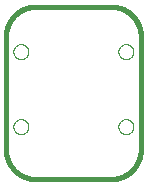
<source format=gko>
G75*
%MOIN*%
%OFA0B0*%
%FSLAX25Y25*%
%IPPOS*%
%LPD*%
%AMOC8*
5,1,8,0,0,1.08239X$1,22.5*
%
%ADD10C,0.01600*%
%ADD11C,0.00000*%
D10*
X0013185Y0003500D02*
X0038185Y0003500D01*
X0038427Y0003503D01*
X0038668Y0003512D01*
X0038909Y0003526D01*
X0039150Y0003547D01*
X0039390Y0003573D01*
X0039630Y0003605D01*
X0039869Y0003643D01*
X0040106Y0003686D01*
X0040343Y0003736D01*
X0040578Y0003791D01*
X0040812Y0003851D01*
X0041044Y0003918D01*
X0041275Y0003989D01*
X0041504Y0004067D01*
X0041731Y0004150D01*
X0041956Y0004238D01*
X0042179Y0004332D01*
X0042399Y0004431D01*
X0042617Y0004536D01*
X0042832Y0004645D01*
X0043045Y0004760D01*
X0043255Y0004880D01*
X0043461Y0005005D01*
X0043665Y0005135D01*
X0043866Y0005270D01*
X0044063Y0005410D01*
X0044257Y0005554D01*
X0044447Y0005703D01*
X0044633Y0005857D01*
X0044816Y0006015D01*
X0044995Y0006177D01*
X0045170Y0006344D01*
X0045341Y0006515D01*
X0045508Y0006690D01*
X0045670Y0006869D01*
X0045828Y0007052D01*
X0045982Y0007238D01*
X0046131Y0007428D01*
X0046275Y0007622D01*
X0046415Y0007819D01*
X0046550Y0008020D01*
X0046680Y0008224D01*
X0046805Y0008430D01*
X0046925Y0008640D01*
X0047040Y0008853D01*
X0047149Y0009068D01*
X0047254Y0009286D01*
X0047353Y0009506D01*
X0047447Y0009729D01*
X0047535Y0009954D01*
X0047618Y0010181D01*
X0047696Y0010410D01*
X0047767Y0010641D01*
X0047834Y0010873D01*
X0047894Y0011107D01*
X0047949Y0011342D01*
X0047999Y0011579D01*
X0048042Y0011816D01*
X0048080Y0012055D01*
X0048112Y0012295D01*
X0048138Y0012535D01*
X0048159Y0012776D01*
X0048173Y0013017D01*
X0048182Y0013258D01*
X0048185Y0013500D01*
X0048185Y0051000D01*
X0048182Y0051242D01*
X0048173Y0051483D01*
X0048159Y0051724D01*
X0048138Y0051965D01*
X0048112Y0052205D01*
X0048080Y0052445D01*
X0048042Y0052684D01*
X0047999Y0052921D01*
X0047949Y0053158D01*
X0047894Y0053393D01*
X0047834Y0053627D01*
X0047767Y0053859D01*
X0047696Y0054090D01*
X0047618Y0054319D01*
X0047535Y0054546D01*
X0047447Y0054771D01*
X0047353Y0054994D01*
X0047254Y0055214D01*
X0047149Y0055432D01*
X0047040Y0055647D01*
X0046925Y0055860D01*
X0046805Y0056070D01*
X0046680Y0056276D01*
X0046550Y0056480D01*
X0046415Y0056681D01*
X0046275Y0056878D01*
X0046131Y0057072D01*
X0045982Y0057262D01*
X0045828Y0057448D01*
X0045670Y0057631D01*
X0045508Y0057810D01*
X0045341Y0057985D01*
X0045170Y0058156D01*
X0044995Y0058323D01*
X0044816Y0058485D01*
X0044633Y0058643D01*
X0044447Y0058797D01*
X0044257Y0058946D01*
X0044063Y0059090D01*
X0043866Y0059230D01*
X0043665Y0059365D01*
X0043461Y0059495D01*
X0043255Y0059620D01*
X0043045Y0059740D01*
X0042832Y0059855D01*
X0042617Y0059964D01*
X0042399Y0060069D01*
X0042179Y0060168D01*
X0041956Y0060262D01*
X0041731Y0060350D01*
X0041504Y0060433D01*
X0041275Y0060511D01*
X0041044Y0060582D01*
X0040812Y0060649D01*
X0040578Y0060709D01*
X0040343Y0060764D01*
X0040106Y0060814D01*
X0039869Y0060857D01*
X0039630Y0060895D01*
X0039390Y0060927D01*
X0039150Y0060953D01*
X0038909Y0060974D01*
X0038668Y0060988D01*
X0038427Y0060997D01*
X0038185Y0061000D01*
X0013185Y0061000D01*
X0012943Y0060997D01*
X0012702Y0060988D01*
X0012461Y0060974D01*
X0012220Y0060953D01*
X0011980Y0060927D01*
X0011740Y0060895D01*
X0011501Y0060857D01*
X0011264Y0060814D01*
X0011027Y0060764D01*
X0010792Y0060709D01*
X0010558Y0060649D01*
X0010326Y0060582D01*
X0010095Y0060511D01*
X0009866Y0060433D01*
X0009639Y0060350D01*
X0009414Y0060262D01*
X0009191Y0060168D01*
X0008971Y0060069D01*
X0008753Y0059964D01*
X0008538Y0059855D01*
X0008325Y0059740D01*
X0008115Y0059620D01*
X0007909Y0059495D01*
X0007705Y0059365D01*
X0007504Y0059230D01*
X0007307Y0059090D01*
X0007113Y0058946D01*
X0006923Y0058797D01*
X0006737Y0058643D01*
X0006554Y0058485D01*
X0006375Y0058323D01*
X0006200Y0058156D01*
X0006029Y0057985D01*
X0005862Y0057810D01*
X0005700Y0057631D01*
X0005542Y0057448D01*
X0005388Y0057262D01*
X0005239Y0057072D01*
X0005095Y0056878D01*
X0004955Y0056681D01*
X0004820Y0056480D01*
X0004690Y0056276D01*
X0004565Y0056070D01*
X0004445Y0055860D01*
X0004330Y0055647D01*
X0004221Y0055432D01*
X0004116Y0055214D01*
X0004017Y0054994D01*
X0003923Y0054771D01*
X0003835Y0054546D01*
X0003752Y0054319D01*
X0003674Y0054090D01*
X0003603Y0053859D01*
X0003536Y0053627D01*
X0003476Y0053393D01*
X0003421Y0053158D01*
X0003371Y0052921D01*
X0003328Y0052684D01*
X0003290Y0052445D01*
X0003258Y0052205D01*
X0003232Y0051965D01*
X0003211Y0051724D01*
X0003197Y0051483D01*
X0003188Y0051242D01*
X0003185Y0051000D01*
X0003185Y0013500D01*
X0003188Y0013258D01*
X0003197Y0013017D01*
X0003211Y0012776D01*
X0003232Y0012535D01*
X0003258Y0012295D01*
X0003290Y0012055D01*
X0003328Y0011816D01*
X0003371Y0011579D01*
X0003421Y0011342D01*
X0003476Y0011107D01*
X0003536Y0010873D01*
X0003603Y0010641D01*
X0003674Y0010410D01*
X0003752Y0010181D01*
X0003835Y0009954D01*
X0003923Y0009729D01*
X0004017Y0009506D01*
X0004116Y0009286D01*
X0004221Y0009068D01*
X0004330Y0008853D01*
X0004445Y0008640D01*
X0004565Y0008430D01*
X0004690Y0008224D01*
X0004820Y0008020D01*
X0004955Y0007819D01*
X0005095Y0007622D01*
X0005239Y0007428D01*
X0005388Y0007238D01*
X0005542Y0007052D01*
X0005700Y0006869D01*
X0005862Y0006690D01*
X0006029Y0006515D01*
X0006200Y0006344D01*
X0006375Y0006177D01*
X0006554Y0006015D01*
X0006737Y0005857D01*
X0006923Y0005703D01*
X0007113Y0005554D01*
X0007307Y0005410D01*
X0007504Y0005270D01*
X0007705Y0005135D01*
X0007909Y0005005D01*
X0008115Y0004880D01*
X0008325Y0004760D01*
X0008538Y0004645D01*
X0008753Y0004536D01*
X0008971Y0004431D01*
X0009191Y0004332D01*
X0009414Y0004238D01*
X0009639Y0004150D01*
X0009866Y0004067D01*
X0010095Y0003989D01*
X0010326Y0003918D01*
X0010558Y0003851D01*
X0010792Y0003791D01*
X0011027Y0003736D01*
X0011264Y0003686D01*
X0011501Y0003643D01*
X0011740Y0003605D01*
X0011980Y0003573D01*
X0012220Y0003547D01*
X0012461Y0003526D01*
X0012702Y0003512D01*
X0012943Y0003503D01*
X0013185Y0003500D01*
D11*
X0005685Y0021000D02*
X0005687Y0021099D01*
X0005693Y0021199D01*
X0005703Y0021298D01*
X0005717Y0021396D01*
X0005734Y0021494D01*
X0005756Y0021591D01*
X0005781Y0021687D01*
X0005810Y0021782D01*
X0005843Y0021876D01*
X0005880Y0021968D01*
X0005920Y0022059D01*
X0005964Y0022148D01*
X0006012Y0022236D01*
X0006063Y0022321D01*
X0006117Y0022404D01*
X0006174Y0022486D01*
X0006235Y0022564D01*
X0006299Y0022641D01*
X0006365Y0022714D01*
X0006435Y0022785D01*
X0006507Y0022853D01*
X0006582Y0022919D01*
X0006660Y0022981D01*
X0006740Y0023040D01*
X0006822Y0023096D01*
X0006906Y0023148D01*
X0006993Y0023197D01*
X0007081Y0023243D01*
X0007171Y0023285D01*
X0007263Y0023324D01*
X0007356Y0023359D01*
X0007450Y0023390D01*
X0007546Y0023417D01*
X0007643Y0023440D01*
X0007740Y0023460D01*
X0007838Y0023476D01*
X0007937Y0023488D01*
X0008036Y0023496D01*
X0008135Y0023500D01*
X0008235Y0023500D01*
X0008334Y0023496D01*
X0008433Y0023488D01*
X0008532Y0023476D01*
X0008630Y0023460D01*
X0008727Y0023440D01*
X0008824Y0023417D01*
X0008920Y0023390D01*
X0009014Y0023359D01*
X0009107Y0023324D01*
X0009199Y0023285D01*
X0009289Y0023243D01*
X0009377Y0023197D01*
X0009464Y0023148D01*
X0009548Y0023096D01*
X0009630Y0023040D01*
X0009710Y0022981D01*
X0009788Y0022919D01*
X0009863Y0022853D01*
X0009935Y0022785D01*
X0010005Y0022714D01*
X0010071Y0022641D01*
X0010135Y0022564D01*
X0010196Y0022486D01*
X0010253Y0022404D01*
X0010307Y0022321D01*
X0010358Y0022236D01*
X0010406Y0022148D01*
X0010450Y0022059D01*
X0010490Y0021968D01*
X0010527Y0021876D01*
X0010560Y0021782D01*
X0010589Y0021687D01*
X0010614Y0021591D01*
X0010636Y0021494D01*
X0010653Y0021396D01*
X0010667Y0021298D01*
X0010677Y0021199D01*
X0010683Y0021099D01*
X0010685Y0021000D01*
X0010683Y0020901D01*
X0010677Y0020801D01*
X0010667Y0020702D01*
X0010653Y0020604D01*
X0010636Y0020506D01*
X0010614Y0020409D01*
X0010589Y0020313D01*
X0010560Y0020218D01*
X0010527Y0020124D01*
X0010490Y0020032D01*
X0010450Y0019941D01*
X0010406Y0019852D01*
X0010358Y0019764D01*
X0010307Y0019679D01*
X0010253Y0019596D01*
X0010196Y0019514D01*
X0010135Y0019436D01*
X0010071Y0019359D01*
X0010005Y0019286D01*
X0009935Y0019215D01*
X0009863Y0019147D01*
X0009788Y0019081D01*
X0009710Y0019019D01*
X0009630Y0018960D01*
X0009548Y0018904D01*
X0009464Y0018852D01*
X0009377Y0018803D01*
X0009289Y0018757D01*
X0009199Y0018715D01*
X0009107Y0018676D01*
X0009014Y0018641D01*
X0008920Y0018610D01*
X0008824Y0018583D01*
X0008727Y0018560D01*
X0008630Y0018540D01*
X0008532Y0018524D01*
X0008433Y0018512D01*
X0008334Y0018504D01*
X0008235Y0018500D01*
X0008135Y0018500D01*
X0008036Y0018504D01*
X0007937Y0018512D01*
X0007838Y0018524D01*
X0007740Y0018540D01*
X0007643Y0018560D01*
X0007546Y0018583D01*
X0007450Y0018610D01*
X0007356Y0018641D01*
X0007263Y0018676D01*
X0007171Y0018715D01*
X0007081Y0018757D01*
X0006993Y0018803D01*
X0006906Y0018852D01*
X0006822Y0018904D01*
X0006740Y0018960D01*
X0006660Y0019019D01*
X0006582Y0019081D01*
X0006507Y0019147D01*
X0006435Y0019215D01*
X0006365Y0019286D01*
X0006299Y0019359D01*
X0006235Y0019436D01*
X0006174Y0019514D01*
X0006117Y0019596D01*
X0006063Y0019679D01*
X0006012Y0019764D01*
X0005964Y0019852D01*
X0005920Y0019941D01*
X0005880Y0020032D01*
X0005843Y0020124D01*
X0005810Y0020218D01*
X0005781Y0020313D01*
X0005756Y0020409D01*
X0005734Y0020506D01*
X0005717Y0020604D01*
X0005703Y0020702D01*
X0005693Y0020801D01*
X0005687Y0020901D01*
X0005685Y0021000D01*
X0005685Y0046000D02*
X0005687Y0046099D01*
X0005693Y0046199D01*
X0005703Y0046298D01*
X0005717Y0046396D01*
X0005734Y0046494D01*
X0005756Y0046591D01*
X0005781Y0046687D01*
X0005810Y0046782D01*
X0005843Y0046876D01*
X0005880Y0046968D01*
X0005920Y0047059D01*
X0005964Y0047148D01*
X0006012Y0047236D01*
X0006063Y0047321D01*
X0006117Y0047404D01*
X0006174Y0047486D01*
X0006235Y0047564D01*
X0006299Y0047641D01*
X0006365Y0047714D01*
X0006435Y0047785D01*
X0006507Y0047853D01*
X0006582Y0047919D01*
X0006660Y0047981D01*
X0006740Y0048040D01*
X0006822Y0048096D01*
X0006906Y0048148D01*
X0006993Y0048197D01*
X0007081Y0048243D01*
X0007171Y0048285D01*
X0007263Y0048324D01*
X0007356Y0048359D01*
X0007450Y0048390D01*
X0007546Y0048417D01*
X0007643Y0048440D01*
X0007740Y0048460D01*
X0007838Y0048476D01*
X0007937Y0048488D01*
X0008036Y0048496D01*
X0008135Y0048500D01*
X0008235Y0048500D01*
X0008334Y0048496D01*
X0008433Y0048488D01*
X0008532Y0048476D01*
X0008630Y0048460D01*
X0008727Y0048440D01*
X0008824Y0048417D01*
X0008920Y0048390D01*
X0009014Y0048359D01*
X0009107Y0048324D01*
X0009199Y0048285D01*
X0009289Y0048243D01*
X0009377Y0048197D01*
X0009464Y0048148D01*
X0009548Y0048096D01*
X0009630Y0048040D01*
X0009710Y0047981D01*
X0009788Y0047919D01*
X0009863Y0047853D01*
X0009935Y0047785D01*
X0010005Y0047714D01*
X0010071Y0047641D01*
X0010135Y0047564D01*
X0010196Y0047486D01*
X0010253Y0047404D01*
X0010307Y0047321D01*
X0010358Y0047236D01*
X0010406Y0047148D01*
X0010450Y0047059D01*
X0010490Y0046968D01*
X0010527Y0046876D01*
X0010560Y0046782D01*
X0010589Y0046687D01*
X0010614Y0046591D01*
X0010636Y0046494D01*
X0010653Y0046396D01*
X0010667Y0046298D01*
X0010677Y0046199D01*
X0010683Y0046099D01*
X0010685Y0046000D01*
X0010683Y0045901D01*
X0010677Y0045801D01*
X0010667Y0045702D01*
X0010653Y0045604D01*
X0010636Y0045506D01*
X0010614Y0045409D01*
X0010589Y0045313D01*
X0010560Y0045218D01*
X0010527Y0045124D01*
X0010490Y0045032D01*
X0010450Y0044941D01*
X0010406Y0044852D01*
X0010358Y0044764D01*
X0010307Y0044679D01*
X0010253Y0044596D01*
X0010196Y0044514D01*
X0010135Y0044436D01*
X0010071Y0044359D01*
X0010005Y0044286D01*
X0009935Y0044215D01*
X0009863Y0044147D01*
X0009788Y0044081D01*
X0009710Y0044019D01*
X0009630Y0043960D01*
X0009548Y0043904D01*
X0009464Y0043852D01*
X0009377Y0043803D01*
X0009289Y0043757D01*
X0009199Y0043715D01*
X0009107Y0043676D01*
X0009014Y0043641D01*
X0008920Y0043610D01*
X0008824Y0043583D01*
X0008727Y0043560D01*
X0008630Y0043540D01*
X0008532Y0043524D01*
X0008433Y0043512D01*
X0008334Y0043504D01*
X0008235Y0043500D01*
X0008135Y0043500D01*
X0008036Y0043504D01*
X0007937Y0043512D01*
X0007838Y0043524D01*
X0007740Y0043540D01*
X0007643Y0043560D01*
X0007546Y0043583D01*
X0007450Y0043610D01*
X0007356Y0043641D01*
X0007263Y0043676D01*
X0007171Y0043715D01*
X0007081Y0043757D01*
X0006993Y0043803D01*
X0006906Y0043852D01*
X0006822Y0043904D01*
X0006740Y0043960D01*
X0006660Y0044019D01*
X0006582Y0044081D01*
X0006507Y0044147D01*
X0006435Y0044215D01*
X0006365Y0044286D01*
X0006299Y0044359D01*
X0006235Y0044436D01*
X0006174Y0044514D01*
X0006117Y0044596D01*
X0006063Y0044679D01*
X0006012Y0044764D01*
X0005964Y0044852D01*
X0005920Y0044941D01*
X0005880Y0045032D01*
X0005843Y0045124D01*
X0005810Y0045218D01*
X0005781Y0045313D01*
X0005756Y0045409D01*
X0005734Y0045506D01*
X0005717Y0045604D01*
X0005703Y0045702D01*
X0005693Y0045801D01*
X0005687Y0045901D01*
X0005685Y0046000D01*
X0040685Y0046000D02*
X0040687Y0046099D01*
X0040693Y0046199D01*
X0040703Y0046298D01*
X0040717Y0046396D01*
X0040734Y0046494D01*
X0040756Y0046591D01*
X0040781Y0046687D01*
X0040810Y0046782D01*
X0040843Y0046876D01*
X0040880Y0046968D01*
X0040920Y0047059D01*
X0040964Y0047148D01*
X0041012Y0047236D01*
X0041063Y0047321D01*
X0041117Y0047404D01*
X0041174Y0047486D01*
X0041235Y0047564D01*
X0041299Y0047641D01*
X0041365Y0047714D01*
X0041435Y0047785D01*
X0041507Y0047853D01*
X0041582Y0047919D01*
X0041660Y0047981D01*
X0041740Y0048040D01*
X0041822Y0048096D01*
X0041906Y0048148D01*
X0041993Y0048197D01*
X0042081Y0048243D01*
X0042171Y0048285D01*
X0042263Y0048324D01*
X0042356Y0048359D01*
X0042450Y0048390D01*
X0042546Y0048417D01*
X0042643Y0048440D01*
X0042740Y0048460D01*
X0042838Y0048476D01*
X0042937Y0048488D01*
X0043036Y0048496D01*
X0043135Y0048500D01*
X0043235Y0048500D01*
X0043334Y0048496D01*
X0043433Y0048488D01*
X0043532Y0048476D01*
X0043630Y0048460D01*
X0043727Y0048440D01*
X0043824Y0048417D01*
X0043920Y0048390D01*
X0044014Y0048359D01*
X0044107Y0048324D01*
X0044199Y0048285D01*
X0044289Y0048243D01*
X0044377Y0048197D01*
X0044464Y0048148D01*
X0044548Y0048096D01*
X0044630Y0048040D01*
X0044710Y0047981D01*
X0044788Y0047919D01*
X0044863Y0047853D01*
X0044935Y0047785D01*
X0045005Y0047714D01*
X0045071Y0047641D01*
X0045135Y0047564D01*
X0045196Y0047486D01*
X0045253Y0047404D01*
X0045307Y0047321D01*
X0045358Y0047236D01*
X0045406Y0047148D01*
X0045450Y0047059D01*
X0045490Y0046968D01*
X0045527Y0046876D01*
X0045560Y0046782D01*
X0045589Y0046687D01*
X0045614Y0046591D01*
X0045636Y0046494D01*
X0045653Y0046396D01*
X0045667Y0046298D01*
X0045677Y0046199D01*
X0045683Y0046099D01*
X0045685Y0046000D01*
X0045683Y0045901D01*
X0045677Y0045801D01*
X0045667Y0045702D01*
X0045653Y0045604D01*
X0045636Y0045506D01*
X0045614Y0045409D01*
X0045589Y0045313D01*
X0045560Y0045218D01*
X0045527Y0045124D01*
X0045490Y0045032D01*
X0045450Y0044941D01*
X0045406Y0044852D01*
X0045358Y0044764D01*
X0045307Y0044679D01*
X0045253Y0044596D01*
X0045196Y0044514D01*
X0045135Y0044436D01*
X0045071Y0044359D01*
X0045005Y0044286D01*
X0044935Y0044215D01*
X0044863Y0044147D01*
X0044788Y0044081D01*
X0044710Y0044019D01*
X0044630Y0043960D01*
X0044548Y0043904D01*
X0044464Y0043852D01*
X0044377Y0043803D01*
X0044289Y0043757D01*
X0044199Y0043715D01*
X0044107Y0043676D01*
X0044014Y0043641D01*
X0043920Y0043610D01*
X0043824Y0043583D01*
X0043727Y0043560D01*
X0043630Y0043540D01*
X0043532Y0043524D01*
X0043433Y0043512D01*
X0043334Y0043504D01*
X0043235Y0043500D01*
X0043135Y0043500D01*
X0043036Y0043504D01*
X0042937Y0043512D01*
X0042838Y0043524D01*
X0042740Y0043540D01*
X0042643Y0043560D01*
X0042546Y0043583D01*
X0042450Y0043610D01*
X0042356Y0043641D01*
X0042263Y0043676D01*
X0042171Y0043715D01*
X0042081Y0043757D01*
X0041993Y0043803D01*
X0041906Y0043852D01*
X0041822Y0043904D01*
X0041740Y0043960D01*
X0041660Y0044019D01*
X0041582Y0044081D01*
X0041507Y0044147D01*
X0041435Y0044215D01*
X0041365Y0044286D01*
X0041299Y0044359D01*
X0041235Y0044436D01*
X0041174Y0044514D01*
X0041117Y0044596D01*
X0041063Y0044679D01*
X0041012Y0044764D01*
X0040964Y0044852D01*
X0040920Y0044941D01*
X0040880Y0045032D01*
X0040843Y0045124D01*
X0040810Y0045218D01*
X0040781Y0045313D01*
X0040756Y0045409D01*
X0040734Y0045506D01*
X0040717Y0045604D01*
X0040703Y0045702D01*
X0040693Y0045801D01*
X0040687Y0045901D01*
X0040685Y0046000D01*
X0040685Y0021000D02*
X0040687Y0021099D01*
X0040693Y0021199D01*
X0040703Y0021298D01*
X0040717Y0021396D01*
X0040734Y0021494D01*
X0040756Y0021591D01*
X0040781Y0021687D01*
X0040810Y0021782D01*
X0040843Y0021876D01*
X0040880Y0021968D01*
X0040920Y0022059D01*
X0040964Y0022148D01*
X0041012Y0022236D01*
X0041063Y0022321D01*
X0041117Y0022404D01*
X0041174Y0022486D01*
X0041235Y0022564D01*
X0041299Y0022641D01*
X0041365Y0022714D01*
X0041435Y0022785D01*
X0041507Y0022853D01*
X0041582Y0022919D01*
X0041660Y0022981D01*
X0041740Y0023040D01*
X0041822Y0023096D01*
X0041906Y0023148D01*
X0041993Y0023197D01*
X0042081Y0023243D01*
X0042171Y0023285D01*
X0042263Y0023324D01*
X0042356Y0023359D01*
X0042450Y0023390D01*
X0042546Y0023417D01*
X0042643Y0023440D01*
X0042740Y0023460D01*
X0042838Y0023476D01*
X0042937Y0023488D01*
X0043036Y0023496D01*
X0043135Y0023500D01*
X0043235Y0023500D01*
X0043334Y0023496D01*
X0043433Y0023488D01*
X0043532Y0023476D01*
X0043630Y0023460D01*
X0043727Y0023440D01*
X0043824Y0023417D01*
X0043920Y0023390D01*
X0044014Y0023359D01*
X0044107Y0023324D01*
X0044199Y0023285D01*
X0044289Y0023243D01*
X0044377Y0023197D01*
X0044464Y0023148D01*
X0044548Y0023096D01*
X0044630Y0023040D01*
X0044710Y0022981D01*
X0044788Y0022919D01*
X0044863Y0022853D01*
X0044935Y0022785D01*
X0045005Y0022714D01*
X0045071Y0022641D01*
X0045135Y0022564D01*
X0045196Y0022486D01*
X0045253Y0022404D01*
X0045307Y0022321D01*
X0045358Y0022236D01*
X0045406Y0022148D01*
X0045450Y0022059D01*
X0045490Y0021968D01*
X0045527Y0021876D01*
X0045560Y0021782D01*
X0045589Y0021687D01*
X0045614Y0021591D01*
X0045636Y0021494D01*
X0045653Y0021396D01*
X0045667Y0021298D01*
X0045677Y0021199D01*
X0045683Y0021099D01*
X0045685Y0021000D01*
X0045683Y0020901D01*
X0045677Y0020801D01*
X0045667Y0020702D01*
X0045653Y0020604D01*
X0045636Y0020506D01*
X0045614Y0020409D01*
X0045589Y0020313D01*
X0045560Y0020218D01*
X0045527Y0020124D01*
X0045490Y0020032D01*
X0045450Y0019941D01*
X0045406Y0019852D01*
X0045358Y0019764D01*
X0045307Y0019679D01*
X0045253Y0019596D01*
X0045196Y0019514D01*
X0045135Y0019436D01*
X0045071Y0019359D01*
X0045005Y0019286D01*
X0044935Y0019215D01*
X0044863Y0019147D01*
X0044788Y0019081D01*
X0044710Y0019019D01*
X0044630Y0018960D01*
X0044548Y0018904D01*
X0044464Y0018852D01*
X0044377Y0018803D01*
X0044289Y0018757D01*
X0044199Y0018715D01*
X0044107Y0018676D01*
X0044014Y0018641D01*
X0043920Y0018610D01*
X0043824Y0018583D01*
X0043727Y0018560D01*
X0043630Y0018540D01*
X0043532Y0018524D01*
X0043433Y0018512D01*
X0043334Y0018504D01*
X0043235Y0018500D01*
X0043135Y0018500D01*
X0043036Y0018504D01*
X0042937Y0018512D01*
X0042838Y0018524D01*
X0042740Y0018540D01*
X0042643Y0018560D01*
X0042546Y0018583D01*
X0042450Y0018610D01*
X0042356Y0018641D01*
X0042263Y0018676D01*
X0042171Y0018715D01*
X0042081Y0018757D01*
X0041993Y0018803D01*
X0041906Y0018852D01*
X0041822Y0018904D01*
X0041740Y0018960D01*
X0041660Y0019019D01*
X0041582Y0019081D01*
X0041507Y0019147D01*
X0041435Y0019215D01*
X0041365Y0019286D01*
X0041299Y0019359D01*
X0041235Y0019436D01*
X0041174Y0019514D01*
X0041117Y0019596D01*
X0041063Y0019679D01*
X0041012Y0019764D01*
X0040964Y0019852D01*
X0040920Y0019941D01*
X0040880Y0020032D01*
X0040843Y0020124D01*
X0040810Y0020218D01*
X0040781Y0020313D01*
X0040756Y0020409D01*
X0040734Y0020506D01*
X0040717Y0020604D01*
X0040703Y0020702D01*
X0040693Y0020801D01*
X0040687Y0020901D01*
X0040685Y0021000D01*
M02*

</source>
